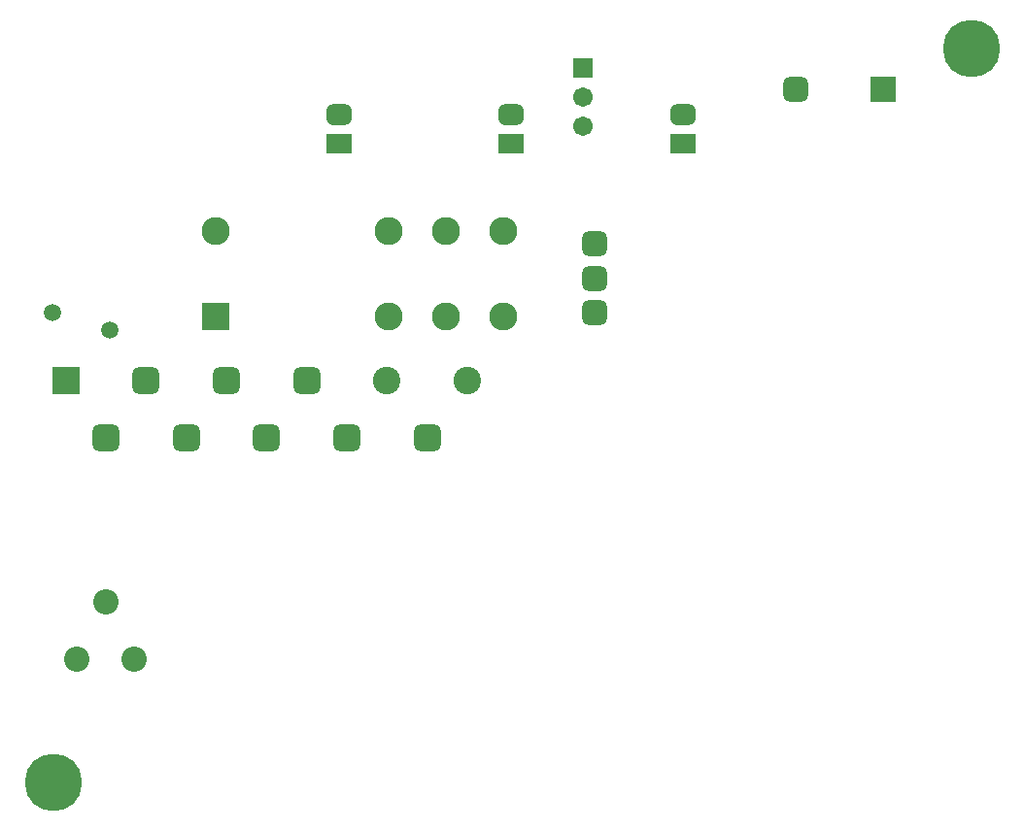
<source format=gbs>
G04*
G04 #@! TF.GenerationSoftware,Altium Limited,Altium Designer,24.10.1 (45)*
G04*
G04 Layer_Color=16711935*
%FSLAX43Y43*%
%MOMM*%
G71*
G04*
G04 #@! TF.SameCoordinates,DA216BA7-6C9C-4F93-A9C1-4DB8622052F4*
G04*
G04*
G04 #@! TF.FilePolarity,Negative*
G04*
G01*
G75*
%ADD36R,2.203X2.203*%
%ADD46R,2.203X1.803*%
G04:AMPARAMS|DCode=47|XSize=2.203mm|YSize=1.803mm|CornerRadius=0.502mm|HoleSize=0mm|Usage=FLASHONLY|Rotation=0.000|XOffset=0mm|YOffset=0mm|HoleType=Round|Shape=RoundedRectangle|*
%AMROUNDEDRECTD47*
21,1,2.203,0.800,0,0,0.0*
21,1,1.200,1.803,0,0,0.0*
1,1,1.003,0.600,-0.400*
1,1,1.003,-0.600,-0.400*
1,1,1.003,-0.600,0.400*
1,1,1.003,0.600,0.400*
%
%ADD47ROUNDEDRECTD47*%
%ADD48C,1.703*%
%ADD49R,1.703X1.703*%
%ADD50C,1.503*%
%ADD51C,5.003*%
%ADD52R,2.453X2.453*%
%ADD53C,2.453*%
%ADD54C,2.403*%
G04:AMPARAMS|DCode=55|XSize=2.403mm|YSize=2.403mm|CornerRadius=0.652mm|HoleSize=0mm|Usage=FLASHONLY|Rotation=90.000|XOffset=0mm|YOffset=0mm|HoleType=Round|Shape=RoundedRectangle|*
%AMROUNDEDRECTD55*
21,1,2.403,1.100,0,0,90.0*
21,1,1.100,2.403,0,0,90.0*
1,1,1.303,0.550,0.550*
1,1,1.303,0.550,-0.550*
1,1,1.303,-0.550,-0.550*
1,1,1.303,-0.550,0.550*
%
%ADD55ROUNDEDRECTD55*%
%ADD56R,2.403X2.403*%
%ADD57C,2.203*%
G04:AMPARAMS|DCode=58|XSize=2.203mm|YSize=2.203mm|CornerRadius=0.602mm|HoleSize=0mm|Usage=FLASHONLY|Rotation=180.000|XOffset=0mm|YOffset=0mm|HoleType=Round|Shape=RoundedRectangle|*
%AMROUNDEDRECTD58*
21,1,2.203,1.000,0,0,180.0*
21,1,1.000,2.203,0,0,180.0*
1,1,1.203,-0.500,0.500*
1,1,1.203,0.500,0.500*
1,1,1.203,0.500,-0.500*
1,1,1.203,-0.500,-0.500*
%
%ADD58ROUNDEDRECTD58*%
D36*
X128316Y106229D02*
D03*
D46*
X80860Y101505D02*
D03*
X95860D02*
D03*
X110860D02*
D03*
D47*
X80860Y104045D02*
D03*
X95860D02*
D03*
X110860D02*
D03*
D48*
X102154Y102978D02*
D03*
Y105518D02*
D03*
D49*
Y108058D02*
D03*
D50*
X60930Y85223D02*
D03*
X55930Y86723D02*
D03*
D51*
X55977Y45777D02*
D03*
X135977Y109777D02*
D03*
D52*
X70187Y86391D02*
D03*
D53*
X85187D02*
D03*
X90187D02*
D03*
X95187D02*
D03*
Y93891D02*
D03*
X90187D02*
D03*
X85187D02*
D03*
X70187D02*
D03*
D54*
X85085Y80850D02*
D03*
X92085D02*
D03*
D55*
X88585Y75850D02*
D03*
X74585D02*
D03*
X78085Y80850D02*
D03*
X81585Y75850D02*
D03*
X71085Y80850D02*
D03*
X67585Y75850D02*
D03*
X64085Y80850D02*
D03*
X60585Y75850D02*
D03*
D56*
X57085Y80850D02*
D03*
D57*
X58049Y56536D02*
D03*
X63049D02*
D03*
X60549Y61536D02*
D03*
D58*
X120696Y106229D02*
D03*
X103144Y86744D02*
D03*
Y89744D02*
D03*
Y92744D02*
D03*
M02*

</source>
